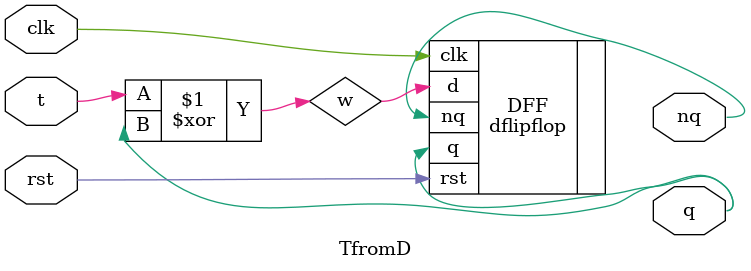
<source format=v>
`timescale 1ns/1ps
`include "dflipflop.v"

module TfromD
(
  input wire clk,
  input wire t,
  input wire rst,
  output q,
  output nq
);
  
  wire w;
  assign w=t^q;
  
  dflipflop DFF(
 	.clk(clk),
    .d(w),
  	.rst(rst),
    .q(q),
  	.nq(nq)  
);
  
endmodule

</source>
